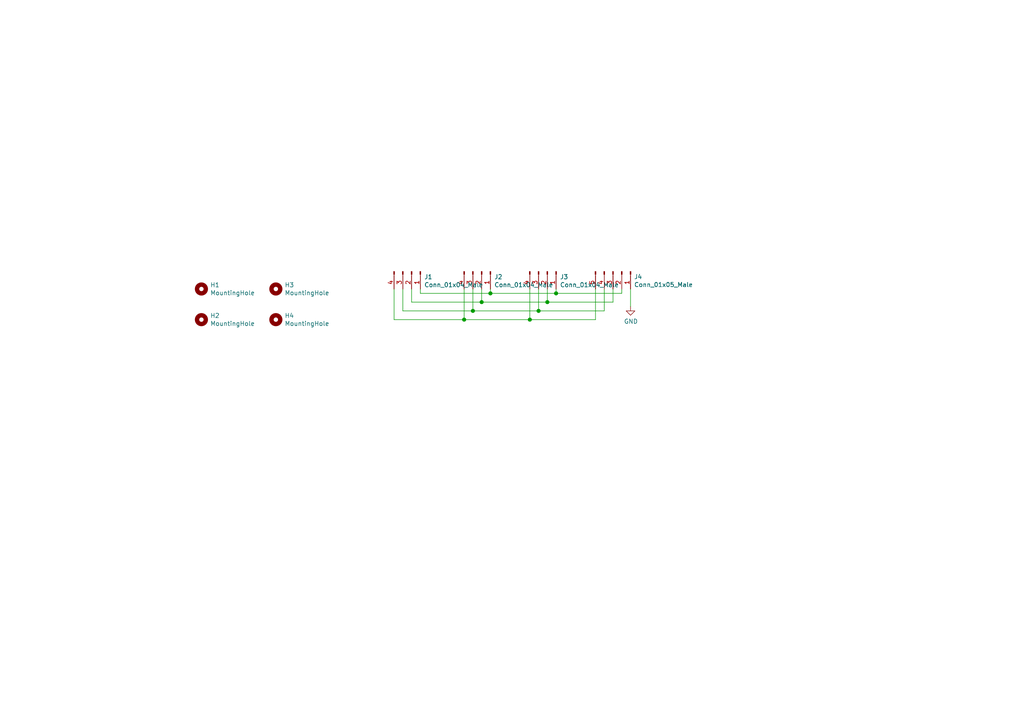
<source format=kicad_sch>
(kicad_sch (version 20200828) (generator eeschema)
  (page 1 1)
  (paper "A4")
  (lib_symbols
    (symbol "Connector:Conn_01x04_Male" (pin_names (offset 1.016) hide)
      (property "Reference" "J" (at 0 5.08 0))
      (property "Value" "Conn_01x04_Male" (at 0 -7.62 0))
      (symbol "Conn_01x04_Male_1_1"
        (rectangle (start 0.8636 -4.953) (end 0 -5.207) (stroke (width 0.1524)) (fill (type outline)))
        (rectangle (start 0.8636 -2.413) (end 0 -2.667) (stroke (width 0.1524)) (fill (type outline)))
        (rectangle (start 0.8636 0.127) (end 0 -0.127) (stroke (width 0.1524)) (fill (type outline)))
        (rectangle (start 0.8636 2.667) (end 0 2.413) (stroke (width 0.1524)) (fill (type outline)))
        (polyline (pts (xy 1.27 -5.08) (xy 0.8636 -5.08)) (stroke (width 0.1524)))
        (polyline (pts (xy 1.27 -2.54) (xy 0.8636 -2.54)) (stroke (width 0.1524)))
        (polyline (pts (xy 1.27 0) (xy 0.8636 0)) (stroke (width 0.1524)))
        (polyline (pts (xy 1.27 2.54) (xy 0.8636 2.54)) (stroke (width 0.1524)))
        (pin passive line (at 5.08 2.54 180) (length 3.81) (name "Pin_1") (number "1"))
        (pin passive line (at 5.08 0 180) (length 3.81) (name "Pin_2") (number "2"))
        (pin passive line (at 5.08 -2.54 180) (length 3.81) (name "Pin_3") (number "3"))
        (pin passive line (at 5.08 -5.08 180) (length 3.81) (name "Pin_4") (number "4"))
      )
    )
    (symbol "Connector:Conn_01x05_Male" (pin_names (offset 1.016) hide)
      (property "Reference" "J" (at 0 7.62 0))
      (property "Value" "Conn_01x05_Male" (at 0 -7.62 0))
      (symbol "Conn_01x05_Male_1_1"
        (rectangle (start 0.8636 -4.953) (end 0 -5.207) (stroke (width 0.1524)) (fill (type outline)))
        (rectangle (start 0.8636 -2.413) (end 0 -2.667) (stroke (width 0.1524)) (fill (type outline)))
        (rectangle (start 0.8636 0.127) (end 0 -0.127) (stroke (width 0.1524)) (fill (type outline)))
        (rectangle (start 0.8636 2.667) (end 0 2.413) (stroke (width 0.1524)) (fill (type outline)))
        (rectangle (start 0.8636 5.207) (end 0 4.953) (stroke (width 0.1524)) (fill (type outline)))
        (polyline (pts (xy 1.27 -5.08) (xy 0.8636 -5.08)) (stroke (width 0.1524)))
        (polyline (pts (xy 1.27 -2.54) (xy 0.8636 -2.54)) (stroke (width 0.1524)))
        (polyline (pts (xy 1.27 0) (xy 0.8636 0)) (stroke (width 0.1524)))
        (polyline (pts (xy 1.27 2.54) (xy 0.8636 2.54)) (stroke (width 0.1524)))
        (polyline (pts (xy 1.27 5.08) (xy 0.8636 5.08)) (stroke (width 0.1524)))
        (pin passive line (at 5.08 5.08 180) (length 3.81) (name "Pin_1") (number "1"))
        (pin passive line (at 5.08 2.54 180) (length 3.81) (name "Pin_2") (number "2"))
        (pin passive line (at 5.08 0 180) (length 3.81) (name "Pin_3") (number "3"))
        (pin passive line (at 5.08 -2.54 180) (length 3.81) (name "Pin_4") (number "4"))
        (pin passive line (at 5.08 -5.08 180) (length 3.81) (name "Pin_5") (number "5"))
      )
    )
    (symbol "Mechanical:MountingHole" (pin_names (offset 1.016))
      (property "Reference" "H" (at 0 5.08 0))
      (property "Value" "MountingHole" (at 0 3.175 0))
      (symbol "MountingHole_0_1"
        (circle (center 0 0) (radius 1.27) (stroke (width 1.27)))
      )
    )
    (symbol "power:GND" (power) (pin_names (offset 0))
      (property "Value" "GND" (at 0 -3.81 0))
      (symbol "GND_0_1"
        (polyline (pts (xy 0 0) (xy 0 -1.27) (xy 1.27 -1.27) (xy 0 -2.54) (xy -1.27 -1.27) (xy 0 -1.27)))
      )
      (symbol "GND_1_1"
        (pin power_in line (at 0 0 270) (length 0) hide (name "GND") (number "1"))
      )
    )
  )
  (junction (at 134.62 92.71) (diameter 1.016))
  (junction (at 137.16 90.17) (diameter 1.016))
  (junction (at 139.7 87.63) (diameter 1.016))
  (junction (at 142.24 85.09) (diameter 1.016))
  (junction (at 153.67 92.71) (diameter 1.016))
  (junction (at 156.21 90.17) (diameter 1.016))
  (junction (at 158.75 87.63) (diameter 1.016))
  (junction (at 161.29 85.09) (diameter 1.016))
  (wire (pts (xy 114.3 83.82) (xy 114.3 92.71)))
  (wire (pts (xy 114.3 92.71) (xy 134.62 92.71)))
  (wire (pts (xy 116.84 83.82) (xy 116.84 90.17)))
  (wire (pts (xy 116.84 90.17) (xy 137.16 90.17)))
  (wire (pts (xy 119.38 83.82) (xy 119.38 87.63)))
  (wire (pts (xy 119.38 87.63) (xy 139.7 87.63)))
  (wire (pts (xy 121.92 83.82) (xy 121.92 85.09)))
  (wire (pts (xy 121.92 85.09) (xy 142.24 85.09)))
  (wire (pts (xy 134.62 83.82) (xy 134.62 92.71)))
  (wire (pts (xy 134.62 92.71) (xy 153.67 92.71)))
  (wire (pts (xy 137.16 83.82) (xy 137.16 90.17)))
  (wire (pts (xy 137.16 90.17) (xy 156.21 90.17)))
  (wire (pts (xy 139.7 83.82) (xy 139.7 87.63)))
  (wire (pts (xy 139.7 87.63) (xy 158.75 87.63)))
  (wire (pts (xy 142.24 83.82) (xy 142.24 85.09)))
  (wire (pts (xy 142.24 85.09) (xy 161.29 85.09)))
  (wire (pts (xy 153.67 83.82) (xy 153.67 92.71)))
  (wire (pts (xy 153.67 92.71) (xy 172.72 92.71)))
  (wire (pts (xy 156.21 83.82) (xy 156.21 90.17)))
  (wire (pts (xy 156.21 90.17) (xy 175.26 90.17)))
  (wire (pts (xy 158.75 83.82) (xy 158.75 87.63)))
  (wire (pts (xy 158.75 87.63) (xy 177.8 87.63)))
  (wire (pts (xy 161.29 83.82) (xy 161.29 85.09)))
  (wire (pts (xy 161.29 85.09) (xy 180.34 85.09)))
  (wire (pts (xy 172.72 92.71) (xy 172.72 83.82)))
  (wire (pts (xy 175.26 90.17) (xy 175.26 83.82)))
  (wire (pts (xy 177.8 87.63) (xy 177.8 83.82)))
  (wire (pts (xy 180.34 85.09) (xy 180.34 83.82)))
  (wire (pts (xy 182.88 83.82) (xy 182.88 88.9)))
  (symbol (lib_id "power:GND") (at 182.88 88.9 0) (unit 1)
    (property "Reference" "#PWR?" (effects hide))
    (property "Value" "GND" (at 182.9943 93.2244 0))
  )
  (symbol (lib_id "Mechanical:MountingHole") (at 58.42 83.82 0) (unit 1)
    (property "Reference" "H1" (at 60.96 82.6516 0) (effects (justify left)))
    (property "Value" "MountingHole" (at 60.96 84.963 0) (effects (justify left)))
    (property "Footprint" "MountingHole:MountingHole_3.2mm_M3" (effects hide))
  )
  (symbol (lib_id "Mechanical:MountingHole") (at 58.42 92.71 0) (unit 1)
    (property "Reference" "H2" (at 60.96 91.5416 0) (effects (justify left)))
    (property "Value" "MountingHole" (at 60.96 93.853 0) (effects (justify left)))
    (property "Footprint" "MountingHole:MountingHole_3.2mm_M3" (effects hide))
  )
  (symbol (lib_id "Mechanical:MountingHole") (at 80.01 83.82 0) (unit 1)
    (property "Reference" "H3" (at 82.55 82.6516 0) (effects (justify left)))
    (property "Value" "MountingHole" (at 82.55 84.963 0) (effects (justify left)))
    (property "Footprint" "MountingHole:MountingHole_3.2mm_M3" (effects hide))
  )
  (symbol (lib_id "Mechanical:MountingHole") (at 80.01 92.71 0) (unit 1)
    (property "Reference" "H4" (at 82.55 91.5416 0) (effects (justify left)))
    (property "Value" "MountingHole" (at 82.55 93.853 0) (effects (justify left)))
    (property "Footprint" "MountingHole:MountingHole_3.2mm_M3" (effects hide))
  )
  (symbol (lib_id "Connector:Conn_01x04_Male") (at 119.38 78.74 270) (unit 1)
    (property "Reference" "J1" (at 123.0376 80.3148 90) (effects (justify left)))
    (property "Value" "Conn_01x04_Male" (at 123.0376 82.6262 90) (effects (justify left)))
    (property "Footprint" "Connector_PinHeader_2.54mm:PinHeader_1x04_P2.54mm_Vertical_SMD_Pin1Left" (effects hide))
  )
  (symbol (lib_id "Connector:Conn_01x04_Male") (at 139.7 78.74 270) (unit 1)
    (property "Reference" "J2" (at 143.3576 80.3148 90) (effects (justify left)))
    (property "Value" "Conn_01x04_Male" (at 143.3576 82.6262 90) (effects (justify left)))
    (property "Footprint" "Connector_PinHeader_2.54mm:PinHeader_1x04_P2.54mm_Vertical_SMD_Pin1Left" (effects hide))
  )
  (symbol (lib_id "Connector:Conn_01x04_Male") (at 158.75 78.74 270) (unit 1)
    (property "Reference" "J3" (at 162.4076 80.3148 90) (effects (justify left)))
    (property "Value" "Conn_01x04_Male" (at 162.4076 82.6262 90) (effects (justify left)))
    (property "Footprint" "Connector_PinHeader_2.54mm:PinHeader_1x04_P2.54mm_Vertical_SMD_Pin1Left" (effects hide))
  )
  (symbol (lib_id "Connector:Conn_01x05_Male") (at 177.8 78.74 270) (unit 1)
    (property "Reference" "J4" (at 183.8961 80.283 90) (effects (justify left)))
    (property "Value" "Conn_01x05_Male" (at 183.8961 82.5817 90) (effects (justify left)))
    (property "Footprint" "Connector_PinHeader_2.54mm:PinHeader_1x05_P2.54mm_Vertical" (effects hide))
  )
)
</source>
